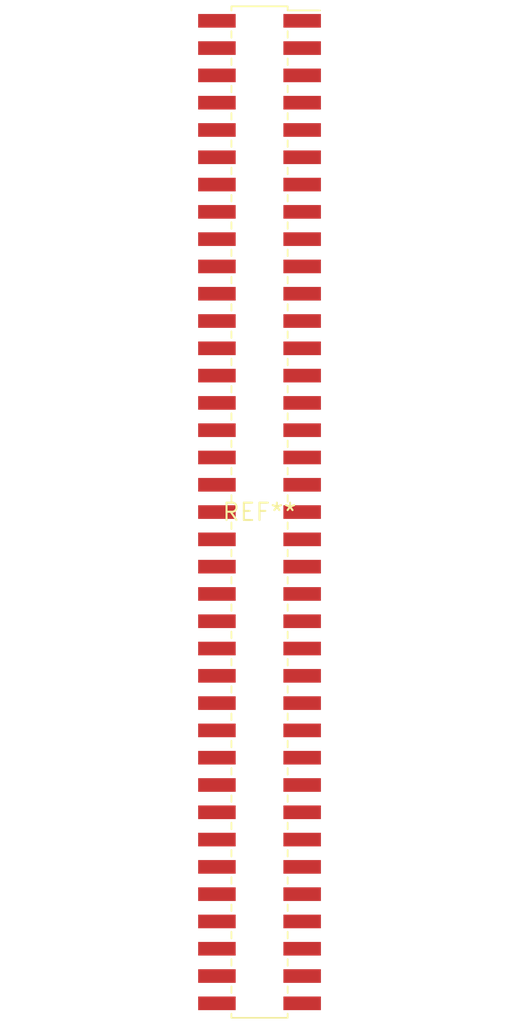
<source format=kicad_pcb>
(kicad_pcb (version 20240108) (generator pcbnew)
  (layers (0 "F.Cu" signal) (31 "B.Cu" signal) (34 "B.Paste" user) (35 "F.Paste" user) (36 "B.SilkS" user "B.Silkscreen") (37 "F.SilkS" user "F.Silkscreen") (38 "B.Mask" user) (39 "F.Mask" user) (44 "Edge.Cuts" user))
  (net 0 "")
  (footprint "PinSocket_2x37_P2.00mm_Vertical_SMD" (layer "F.Cu") (at 0 0)
    (property "Reference" "REF**")
    (property "Value" "PinSocket_2x37_P2.00mm_Vertical_SMD")
    (fp_line (start -2.06 -37.06) (end -2.06 -36.76) (layer "F.SilkS") (stroke (width 0.12)))
    (fp_line (start -2.06 -37.06) (end 2.06 -37.06) (layer "F.SilkS") (stroke (width 0.12)))
    (fp_line (start -2.06 -35.24) (end -2.06 -34.76) (layer "F.SilkS") (stroke (width 0.12)))
    (fp_line (start -2.06 -33.24) (end -2.06 -32.76) (layer "F.SilkS") (stroke (width 0.12)))
    (fp_line (start -2.06 -31.24) (end -2.06 -30.76) (layer "F.SilkS") (stroke (width 0.12)))
    (fp_line (start -2.06 -29.24) (end -2.06 -28.76) (layer "F.SilkS") (stroke (width 0.12)))
    (fp_line (start -2.06 -27.24) (end -2.06 -26.76) (layer "F.SilkS") (stroke (width 0.12)))
    (fp_line (start -2.06 -25.24) (end -2.06 -24.76) (layer "F.SilkS") (stroke (width 0.12)))
    (fp_line (start -2.06 -23.24) (end -2.06 -22.76) (layer "F.SilkS") (stroke (width 0.12)))
    (fp_line (start -2.06 -21.24) (end -2.06 -20.76) (layer "F.SilkS") (stroke (width 0.12)))
    (fp_line (start -2.06 -19.24) (end -2.06 -18.76) (layer "F.SilkS") (stroke (width 0.12)))
    (fp_line (start -2.06 -17.24) (end -2.06 -16.76) (layer "F.SilkS") (stroke (width 0.12)))
    (fp_line (start -2.06 -15.24) (end -2.06 -14.76) (layer "F.SilkS") (stroke (width 0.12)))
    (fp_line (start -2.06 -13.24) (end -2.06 -12.76) (layer "F.SilkS") (stroke (width 0.12)))
    (fp_line (start -2.06 -11.24) (end -2.06 -10.76) (layer "F.SilkS") (stroke (width 0.12)))
    (fp_line (start -2.06 -9.24) (end -2.06 -8.76) (layer "F.SilkS") (stroke (width 0.12)))
    (fp_line (start -2.06 -7.24) (end -2.06 -6.76) (layer "F.SilkS") (stroke (width 0.12)))
    (fp_line (start -2.06 -5.24) (end -2.06 -4.76) (layer "F.SilkS") (stroke (width 0.12)))
    (fp_line (start -2.06 -3.24) (end -2.06 -2.76) (layer "F.SilkS") (stroke (width 0.12)))
    (fp_line (start -2.06 -1.24) (end -2.06 -0.76) (layer "F.SilkS") (stroke (width 0.12)))
    (fp_line (start -2.06 0.76) (end -2.06 1.24) (layer "F.SilkS") (stroke (width 0.12)))
    (fp_line (start -2.06 2.76) (end -2.06 3.24) (layer "F.SilkS") (stroke (width 0.12)))
    (fp_line (start -2.06 4.76) (end -2.06 5.24) (layer "F.SilkS") (stroke (width 0.12)))
    (fp_line (start -2.06 6.76) (end -2.06 7.24) (layer "F.SilkS") (stroke (width 0.12)))
    (fp_line (start -2.06 8.76) (end -2.06 9.24) (layer "F.SilkS") (stroke (width 0.12)))
    (fp_line (start -2.06 10.76) (end -2.06 11.24) (layer "F.SilkS") (stroke (width 0.12)))
    (fp_line (start -2.06 12.76) (end -2.06 13.24) (layer "F.SilkS") (stroke (width 0.12)))
    (fp_line (start -2.06 14.76) (end -2.06 15.24) (layer "F.SilkS") (stroke (width 0.12)))
    (fp_line (start -2.06 16.76) (end -2.06 17.24) (layer "F.SilkS") (stroke (width 0.12)))
    (fp_line (start -2.06 18.76) (end -2.06 19.24) (layer "F.SilkS") (stroke (width 0.12)))
    (fp_line (start -2.06 20.76) (end -2.06 21.24) (layer "F.SilkS") (stroke (width 0.12)))
    (fp_line (start -2.06 22.76) (end -2.06 23.24) (layer "F.SilkS") (stroke (width 0.12)))
    (fp_line (start -2.06 24.76) (end -2.06 25.24) (layer "F.SilkS") (stroke (width 0.12)))
    (fp_line (start -2.06 26.76) (end -2.06 27.24) (layer "F.SilkS") (stroke (width 0.12)))
    (fp_line (start -2.06 28.76) (end -2.06 29.24) (layer "F.SilkS") (stroke (width 0.12)))
    (fp_line (start -2.06 30.76) (end -2.06 31.24) (layer "F.SilkS") (stroke (width 0.12)))
    (fp_line (start -2.06 32.76) (end -2.06 33.24) (layer "F.SilkS") (stroke (width 0.12)))
    (fp_line (start -2.06 34.76) (end -2.06 35.24) (layer "F.SilkS") (stroke (width 0.12)))
    (fp_line (start -2.06 36.76) (end -2.06 37.06) (layer "F.SilkS") (stroke (width 0.12)))
    (fp_line (start -2.06 37.06) (end 2.06 37.06) (layer "F.SilkS") (stroke (width 0.12)))
    (fp_line (start 2.06 -37.06) (end 2.06 -36.76) (layer "F.SilkS") (stroke (width 0.12)))
    (fp_line (start 2.06 -36.76) (end 4.44 -36.76) (layer "F.SilkS") (stroke (width 0.12)))
    (fp_line (start 2.06 -35.24) (end 2.06 -34.76) (layer "F.SilkS") (stroke (width 0.12)))
    (fp_line (start 2.06 -33.24) (end 2.06 -32.76) (layer "F.SilkS") (stroke (width 0.12)))
    (fp_line (start 2.06 -31.24) (end 2.06 -30.76) (layer "F.SilkS") (stroke (width 0.12)))
    (fp_line (start 2.06 -29.24) (end 2.06 -28.76) (layer "F.SilkS") (stroke (width 0.12)))
    (fp_line (start 2.06 -27.24) (end 2.06 -26.76) (layer "F.SilkS") (stroke (width 0.12)))
    (fp_line (start 2.06 -25.24) (end 2.06 -24.76) (layer "F.SilkS") (stroke (width 0.12)))
    (fp_line (start 2.06 -23.24) (end 2.06 -22.76) (layer "F.SilkS") (stroke (width 0.12)))
    (fp_line (start 2.06 -21.24) (end 2.06 -20.76) (layer "F.SilkS") (stroke (width 0.12)))
    (fp_line (start 2.06 -19.24) (end 2.06 -18.76) (layer "F.SilkS") (stroke (width 0.12)))
    (fp_line (start 2.06 -17.24) (end 2.06 -16.76) (layer "F.SilkS") (stroke (width 0.12)))
    (fp_line (start 2.06 -15.24) (end 2.06 -14.76) (layer "F.SilkS") (stroke (width 0.12)))
    (fp_line (start 2.06 -13.24) (end 2.06 -12.76) (layer "F.SilkS") (stroke (width 0.12)))
    (fp_line (start 2.06 -11.24) (end 2.06 -10.76) (layer "F.SilkS") (stroke (width 0.12)))
    (fp_line (start 2.06 -9.24) (end 2.06 -8.76) (layer "F.SilkS") (stroke (width 0.12)))
    (fp_line (start 2.06 -7.24) (end 2.06 -6.76) (layer "F.SilkS") (stroke (width 0.12)))
    (fp_line (start 2.06 -5.24) (end 2.06 -4.76) (layer "F.SilkS") (stroke (width 0.12)))
    (fp_line (start 2.06 -3.24) (end 2.06 -2.76) (layer "F.SilkS") (stroke (width 0.12)))
    (fp_line (start 2.06 -1.24) (end 2.06 -0.76) (layer "F.SilkS") (stroke (width 0.12)))
    (fp_line (start 2.06 0.76) (end 2.06 1.24) (layer "F.SilkS") (stroke (width 0.12)))
    (fp_line (start 2.06 2.76) (end 2.06 3.24) (layer "F.SilkS") (stroke (width 0.12)))
    (fp_line (start 2.06 4.76) (end 2.06 5.24) (layer "F.SilkS") (stroke (width 0.12)))
    (fp_line (start 2.06 6.76) (end 2.06 7.24) (layer "F.SilkS") (stroke (width 0.12)))
    (fp_line (start 2.06 8.76) (end 2.06 9.24) (layer "F.SilkS") (stroke (width 0.12)))
    (fp_line (start 2.06 10.76) (end 2.06 11.24) (layer "F.SilkS") (stroke (width 0.12)))
    (fp_line (start 2.06 12.76) (end 2.06 13.24) (layer "F.SilkS") (stroke (width 0.12)))
    (fp_line (start 2.06 14.76) (end 2.06 15.24) (layer "F.SilkS") (stroke (width 0.12)))
    (fp_line (start 2.06 16.76) (end 2.06 17.24) (layer "F.SilkS") (stroke (width 0.12)))
    (fp_line (start 2.06 18.76) (end 2.06 19.24) (layer "F.SilkS") (stroke (width 0.12)))
    (fp_line (start 2.06 20.76) (end 2.06 21.24) (layer "F.SilkS") (stroke (width 0.12)))
    (fp_line (start 2.06 22.76) (end 2.06 23.24) (layer "F.SilkS") (stroke (width 0.12)))
    (fp_line (start 2.06 24.76) (end 2.06 25.24) (layer "F.SilkS") (stroke (width 0.12)))
    (fp_line (start 2.06 26.76) (end 2.06 27.24) (layer "F.SilkS") (stroke (width 0.12)))
    (fp_line (start 2.06 28.76) (end 2.06 29.24) (layer "F.SilkS") (stroke (width 0.12)))
    (fp_line (start 2.06 30.76) (end 2.06 31.24) (layer "F.SilkS") (stroke (width 0.12)))
    (fp_line (start 2.06 32.76) (end 2.06 33.24) (layer "F.SilkS") (stroke (width 0.12)))
    (fp_line (start 2.06 34.76) (end 2.06 35.24) (layer "F.SilkS") (stroke (width 0.12)))
    (fp_line (start 2.06 36.76) (end 2.06 37.06) (layer "F.SilkS") (stroke (width 0.12)))
    (pad "1" smd rect (at 3.125 -36) (size 2.75 1) (layers "F.Cu" "F.Paste" "F.Mask"))
    (pad "2" smd rect (at -3.125 -36) (size 2.75 1) (layers "F.Cu" "F.Paste" "F.Mask"))
    (pad "3" smd rect (at 3.125 -34) (size 2.75 1) (layers "F.Cu" "F.Paste" "F.Mask"))
    (pad "4" smd rect (at -3.125 -34) (size 2.75 1) (layers "F.Cu" "F.Paste" "F.Mask"))
    (pad "5" smd rect (at 3.125 -32) (size 2.75 1) (layers "F.Cu" "F.Paste" "F.Mask"))
    (pad "6" smd rect (at -3.125 -32) (size 2.75 1) (layers "F.Cu" "F.Paste" "F.Mask"))
    (pad "7" smd rect (at 3.125 -30) (size 2.75 1) (layers "F.Cu" "F.Paste" "F.Mask"))
    (pad "8" smd rect (at -3.125 -30) (size 2.75 1) (layers "F.Cu" "F.Paste" "F.Mask"))
    (pad "9" smd rect (at 3.125 -28) (size 2.75 1) (layers "F.Cu" "F.Paste" "F.Mask"))
    (pad "10" smd rect (at -3.125 -28) (size 2.75 1) (layers "F.Cu" "F.Paste" "F.Mask"))
    (pad "11" smd rect (at 3.125 -26) (size 2.75 1) (layers "F.Cu" "F.Paste" "F.Mask"))
    (pad "12" smd rect (at -3.125 -26) (size 2.75 1) (layers "F.Cu" "F.Paste" "F.Mask"))
    (pad "13" smd rect (at 3.125 -24) (size 2.75 1) (layers "F.Cu" "F.Paste" "F.Mask"))
    (pad "14" smd rect (at -3.125 -24) (size 2.75 1) (layers "F.Cu" "F.Paste" "F.Mask"))
    (pad "15" smd rect (at 3.125 -22) (size 2.75 1) (layers "F.Cu" "F.Paste" "F.Mask"))
    (pad "16" smd rect (at -3.125 -22) (size 2.75 1) (layers "F.Cu" "F.Paste" "F.Mask"))
    (pad "17" smd rect (at 3.125 -20) (size 2.75 1) (layers "F.Cu" "F.Paste" "F.Mask"))
    (pad "18" smd rect (at -3.125 -20) (size 2.75 1) (layers "F.Cu" "F.Paste" "F.Mask"))
    (pad "19" smd rect (at 3.125 -18) (size 2.75 1) (layers "F.Cu" "F.Paste" "F.Mask"))
    (pad "20" smd rect (at -3.125 -18) (size 2.75 1) (layers "F.Cu" "F.Paste" "F.Mask"))
    (pad "21" smd rect (at 3.125 -16) (size 2.75 1) (layers "F.Cu" "F.Paste" "F.Mask"))
    (pad "22" smd rect (at -3.125 -16) (size 2.75 1) (layers "F.Cu" "F.Paste" "F.Mask"))
    (pad "23" smd rect (at 3.125 -14) (size 2.75 1) (layers "F.Cu" "F.Paste" "F.Mask"))
    (pad "24" smd rect (at -3.125 -14) (size 2.75 1) (layers "F.Cu" "F.Paste" "F.Mask"))
    (pad "25" smd rect (at 3.125 -12) (size 2.75 1) (layers "F.Cu" "F.Paste" "F.Mask"))
    (pad "26" smd rect (at -3.125 -12) (size 2.75 1) (layers "F.Cu" "F.Paste" "F.Mask"))
    (pad "27" smd rect (at 3.125 -10) (size 2.75 1) (layers "F.Cu" "F.Paste" "F.Mask"))
    (pad "28" smd rect (at -3.125 -10) (size 2.75 1) (layers "F.Cu" "F.Paste" "F.Mask"))
    (pad "29" smd rect (at 3.125 -8) (size 2.75 1) (layers "F.Cu" "F.Paste" "F.Mask"))
    (pad "30" smd rect (at -3.125 -8) (size 2.75 1) (layers "F.Cu" "F.Paste" "F.Mask"))
    (pad "31" smd rect (at 3.125 -6) (size 2.75 1) (layers "F.Cu" "F.Paste" "F.Mask"))
    (pad "32" smd rect (at -3.125 -6) (size 2.75 1) (layers "F.Cu" "F.Paste" "F.Mask"))
    (pad "33" smd rect (at 3.125 -4) (size 2.75 1) (layers "F.Cu" "F.Paste" "F.Mask"))
    (pad "34" smd rect (at -3.125 -4) (size 2.75 1) (layers "F.Cu" "F.Paste" "F.Mask"))
    (pad "35" smd rect (at 3.125 -2) (size 2.75 1) (layers "F.Cu" "F.Paste" "F.Mask"))
    (pad "36" smd rect (at -3.125 -2) (size 2.75 1) (layers "F.Cu" "F.Paste" "F.Mask"))
    (pad "37" smd rect (at 3.125 0) (size 2.75 1) (layers "F.Cu" "F.Paste" "F.Mask"))
    (pad "38" smd rect (at -3.125 0) (size 2.75 1) (layers "F.Cu" "F.Paste" "F.Mask"))
    (pad "39" smd rect (at 3.125 2) (size 2.75 1) (layers "F.Cu" "F.Paste" "F.Mask"))
    (pad "40" smd rect (at -3.125 2) (size 2.75 1) (layers "F.Cu" "F.Paste" "F.Mask"))
    (pad "41" smd rect (at 3.125 4) (size 2.75 1) (layers "F.Cu" "F.Paste" "F.Mask"))
    (pad "42" smd rect (at -3.125 4) (size 2.75 1) (layers "F.Cu" "F.Paste" "F.Mask"))
    (pad "43" smd rect (at 3.125 6) (size 2.75 1) (layers "F.Cu" "F.Paste" "F.Mask"))
    (pad "44" smd rect (at -3.125 6) (size 2.75 1) (layers "F.Cu" "F.Paste" "F.Mask"))
    (pad "45" smd rect (at 3.125 8) (size 2.75 1) (layers "F.Cu" "F.Paste" "F.Mask"))
    (pad "46" smd rect (at -3.125 8) (size 2.75 1) (layers "F.Cu" "F.Paste" "F.Mask"))
    (pad "47" smd rect (at 3.125 10) (size 2.75 1) (layers "F.Cu" "F.Paste" "F.Mask"))
    (pad "48" smd rect (at -3.125 10) (size 2.75 1) (layers "F.Cu" "F.Paste" "F.Mask"))
    (pad "49" smd rect (at 3.125 12) (size 2.75 1) (layers "F.Cu" "F.Paste" "F.Mask"))
    (pad "50" smd rect (at -3.125 12) (size 2.75 1) (layers "F.Cu" "F.Paste" "F.Mask"))
    (pad "51" smd rect (at 3.125 14) (size 2.75 1) (layers "F.Cu" "F.Paste" "F.Mask"))
    (pad "52" smd rect (at -3.125 14) (size 2.75 1) (layers "F.Cu" "F.Paste" "F.Mask"))
    (pad "53" smd rect (at 3.125 16) (size 2.75 1) (layers "F.Cu" "F.Paste" "F.Mask"))
    (pad "54" smd rect (at -3.125 16) (size 2.75 1) (layers "F.Cu" "F.Paste" "F.Mask"))
    (pad "55" smd rect (at 3.125 18) (size 2.75 1) (layers "F.Cu" "F.Paste" "F.Mask"))
    (pad "56" smd rect (at -3.125 18) (size 2.75 1) (layers "F.Cu" "F.Paste" "F.Mask"))
    (pad "57" smd rect (at 3.125 20) (size 2.75 1) (layers "F.Cu" "F.Paste" "F.Mask"))
    (pad "58" smd rect (at -3.125 20) (size 2.75 1) (layers "F.Cu" "F.Paste" "F.Mask"))
    (pad "59" smd rect (at 3.125 22) (size 2.75 1) (layers "F.Cu" "F.Paste" "F.Mask"))
    (pad "60" smd rect (at -3.125 22) (size 2.75 1) (layers "F.Cu" "F.Paste" "F.Mask"))
    (pad "61" smd rect (at 3.125 24) (size 2.75 1) (layers "F.Cu" "F.Paste" "F.Mask"))
    (pad "62" smd rect (at -3.125 24) (size 2.75 1) (layers "F.Cu" "F.Paste" "F.Mask"))
    (pad "63" smd rect (at 3.125 26) (size 2.75 1) (layers "F.Cu" "F.Paste" "F.Mask"))
    (pad "64" smd rect (at -3.125 26) (size 2.75 1) (layers "F.Cu" "F.Paste" "F.Mask"))
    (pad "65" smd rect (at 3.125 28) (size 2.75 1) (layers "F.Cu" "F.Paste" "F.Mask"))
    (pad "66" smd rect (at -3.125 28) (size 2.75 1) (layers "F.Cu" "F.Paste" "F.Mask"))
    (pad "67" smd rect (at 3.125 30) (size 2.75 1) (layers "F.Cu" "F.Paste" "F.Mask"))
    (pad "68" smd rect (at -3.125 30) (size 2.75 1) (layers "F.Cu" "F.Paste" "F.Mask"))
    (pad "69" smd rect (at 3.125 32) (size 2.75 1) (layers "F.Cu" "F.Paste" "F.Mask"))
    (pad "70" smd rect (at -3.125 32) (size 2.75 1) (layers "F.Cu" "F.Paste" "F.Mask"))
    (pad "71" smd rect (at 3.125 34) (size 2.75 1) (layers "F.Cu" "F.Paste" "F.Mask"))
    (pad "72" smd rect (at -3.125 34) (size 2.75 1) (layers "F.Cu" "F.Paste" "F.Mask"))
    (pad "73" smd rect (at 3.125 36) (size 2.75 1) (layers "F.Cu" "F.Paste" "F.Mask"))
    (pad "74" smd rect (at -3.125 36) (size 2.75 1) (layers "F.Cu" "F.Paste" "F.Mask"))
  )
)
</source>
